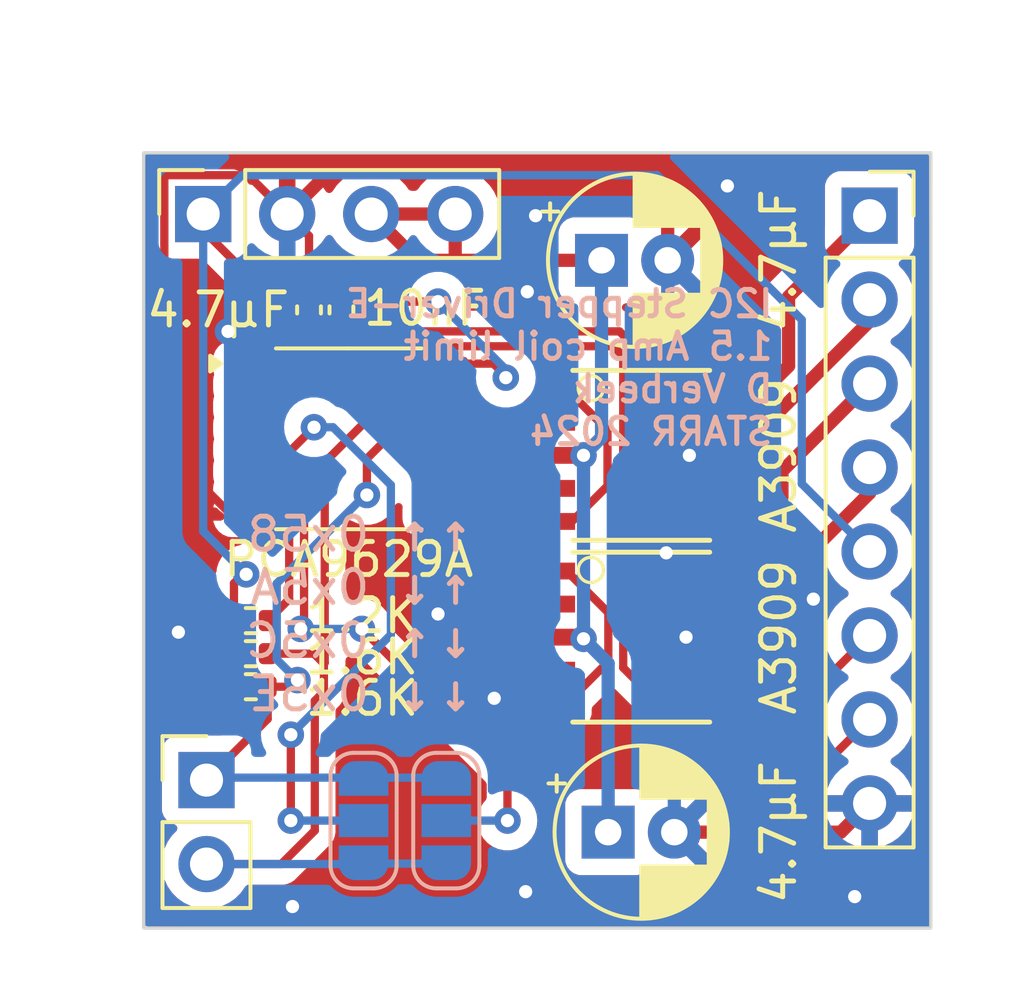
<source format=kicad_pcb>
(kicad_pcb (version 20240108) (generator "pcbnew") (generator_version "8.0")
  (layers (0 "F.Cu" signal) (31 "B.Cu" signal) (34 "B.Paste" user) (35 "F.Paste" user) (36 "B.SilkS" user "B.Silkscreen") (37 "F.SilkS" user "F.Silkscreen") (38 "B.Mask" user) (39 "F.Mask" user) (44 "Edge.Cuts" user))
  (net 0 "")
  (net 1 "GND")
  (net 2 "+5V")
  (net 3 "+12V")
  (net 4 "Net-(J1-Pin_2)")
  (net 5 "Net-(J1-Pin_4)")
  (net 6 "Net-(J1-Pin_6)")
  (net 7 "Net-(J1-Pin_3)")
  (net 8 "Net-(J1-Pin_1)")
  (net 9 "I2C_SCL")
  (net 10 "I2C_SDA")
  (net 11 "Net-(JP1-C)")
  (net 12 "Net-(JP2-C)")
  (net 13 "Net-(U1-RESET)")
  (net 15 "Net-(U1-OUT2)")
  (net 16 "Net-(U1-OUT1)")
  (net 17 "Net-(U1-OUT0)")
  (net 18 "Net-(U1-OUT3)")
  (net 21 "Net-(J1-Pin_7)")
  (footprint "Capacitor_SMD:C_0402_1005Metric" (layer "F.Cu") (at 189.8 100 90)
    (property "Reference" "4.7µF" (at 0 -2.75 360) (layer "F.SilkS"))
    (property "Value" "4.7 μF")
    (pad "1" smd roundrect (at -0.48 0 90) (size 0.56 0.62) (layers "F.Cu" "F.Paste" "F.Mask") (net 2 "+5V"))
    (pad "2" smd roundrect (at 0.48 0 90) (size 0.56 0.62) (layers "F.Cu" "F.Paste" "F.Mask") (net 1 "GND"))
  )
  (footprint "Resistor_SMD:R_0402_1005Metric" (layer "F.Cu") (at 188.04 111.4 180)
    (property "Reference" "1.6K" (at -3.36 -0.35 180) (layer "F.SilkS"))
    (property "Value" "1.6k")
    (pad "1" smd roundrect (at -0.51 0 180) (size 0.54 0.64) (layers "F.Cu" "F.Paste" "F.Mask") (net 9 "I2C_SCL"))
    (pad "2" smd roundrect (at 0.51 0 180) (size 0.54 0.64) (layers "F.Cu" "F.Paste" "F.Mask") (net 2 "+5V"))
  )
  (footprint "Connector_PinHeader_2.54mm:PinHeader_1x02_P2.54mm_Vertical" (layer "F.Cu") (at 186.7 114.225)
    (property "Reference" "J2" (hide yes))
    (property "Value" "Conn_01x02_Pin")
    (pad "1" thru_hole rect (at 0 0) (size 1.7 1.7) (drill 1) (layers "*.Cu" "*.Mask") (net 9 "I2C_SCL"))
    (pad "2" thru_hole oval (at 0 2.54) (size 1.7 1.7) (drill 1) (layers "*.Cu" "*.Mask") (net 10 "I2C_SDA"))
  )
  (footprint "Capacitor_SMD:C_0402_1005Metric" (layer "F.Cu") (at 190.78 100 90)
    (property "Reference" "10nF" (at 0.05 2.52 360) (layer "F.SilkS"))
    (property "Value" "0.01 μF")
    (pad "1" smd roundrect (at -0.48 0 90) (size 0.56 0.62) (layers "F.Cu" "F.Paste" "F.Mask") (net 2 "+5V"))
    (pad "2" smd roundrect (at 0.48 0 90) (size 0.56 0.62) (layers "F.Cu" "F.Paste" "F.Mask") (net 1 "GND"))
  )
  (footprint "Capacitor_THT:CP_Radial_D5.0mm_P2.00mm" (layer "F.Cu") (at 198.844888 115.8)
    (property "Reference" "4.7µF" (at 5.155112 0 90) (layer "F.SilkS"))
    (property "Value" "4.7 μF")
    (pad "1" thru_hole rect (at 0 0) (size 1.6 1.6) (drill 0.8) (layers "*.Cu" "*.Mask") (net 3 "+12V"))
    (pad "2" thru_hole circle (at 2 0) (size 1.6 1.6) (drill 0.8) (layers "*.Cu" "*.Mask") (net 1 "GND"))
  )
  (footprint "Resistor_SMD:R_0402_1005Metric" (layer "F.Cu") (at 188.04 110.4)
    (property "Reference" "1.6K" (at 3.36 0.1 360) (layer "F.SilkS"))
    (property "Value" "1.6k")
    (pad "1" smd roundrect (at -0.51 0) (size 0.54 0.64) (layers "F.Cu" "F.Paste" "F.Mask") (net 2 "+5V"))
    (pad "2" smd roundrect (at 0.51 0) (size 0.54 0.64) (layers "F.Cu" "F.Paste" "F.Mask") (net 10 "I2C_SDA"))
  )
  (footprint "Connector_PinSocket_2.54mm:PinSocket_1x04_P2.54mm_Vertical" (layer "F.Cu") (at 186.6 97.1 90)
    (property "Reference" "J3" (hide yes))
    (property "Value" "Conn_01x04_Pin")
    (pad "1" thru_hole rect (at 0 0 90) (size 1.7 1.7) (drill 1) (layers "*.Cu" "*.Mask") (net 2 "+5V"))
    (pad "2" thru_hole oval (at 0 2.54 90) (size 1.7 1.7) (drill 1) (layers "*.Cu" "*.Mask") (net 1 "GND"))
    (pad "3" thru_hole oval (at 0 5.08 90) (size 1.7 1.7) (drill 1) (layers "*.Cu" "*.Mask") (net 3 "+12V"))
    (pad "4" thru_hole oval (at 0 7.62 90) (size 1.7 1.7) (drill 1) (layers "*.Cu" "*.Mask") (net 3 "+12V"))
  )
  (footprint "Connector_PinSocket_2.54mm:PinSocket_1x08_P2.54mm_Vertical" (layer "F.Cu") (at 206.75 97.15)
    (property "Reference" "J1" (hide yes))
    (property "Value" "Conn_01x08")
    (pad "1" thru_hole rect (at 0 0) (size 1.7 1.7) (drill 1) (layers "*.Cu" "*.Mask") (net 8 "Net-(J1-Pin_1)"))
    (pad "2" thru_hole oval (at 0 2.54) (size 1.7 1.7) (drill 1) (layers "*.Cu" "*.Mask") (net 4 "Net-(J1-Pin_2)"))
    (pad "3" thru_hole oval (at 0 5.08) (size 1.7 1.7) (drill 1) (layers "*.Cu" "*.Mask") (net 7 "Net-(J1-Pin_3)"))
    (pad "4" thru_hole oval (at 0 7.62) (size 1.7 1.7) (drill 1) (layers "*.Cu" "*.Mask") (net 5 "Net-(J1-Pin_4)"))
    (pad "5" thru_hole oval (at 0 10.16) (size 1.7 1.7) (drill 1) (layers "*.Cu" "*.Mask") (net 2 "+5V"))
    (pad "6" thru_hole oval (at 0 12.7) (size 1.7 1.7) (drill 1) (layers "*.Cu" "*.Mask") (net 6 "Net-(J1-Pin_6)"))
    (pad "7" thru_hole oval (at 0 15.24) (size 1.7 1.7) (drill 1) (layers "*.Cu" "*.Mask") (net 21 "Net-(J1-Pin_7)"))
    (pad "8" thru_hole oval (at 0 17.78) (size 1.7 1.7) (drill 1) (layers "*.Cu" "*.Mask") (net 1 "GND"))
  )
  (footprint "my trash:SSOP-10_3.9x4.9mm_P1.00mm" (layer "F.Cu") (at 199.844888 104.4)
    (property "Reference" "A3909" (at 4.155112 0 90) (layer "F.SilkS"))
    (property "Value" "~")
    (pad "1" smd rect (at -2.55 -2) (size 1.1 0.51) (layers "F.Cu" "F.Paste" "F.Mask") (net 17 "Net-(U1-OUT0)"))
    (pad "2" smd rect (at -2.55 -1) (size 1.1 0.51) (layers "F.Cu" "F.Paste" "F.Mask") (net 16 "Net-(U1-OUT1)"))
    (pad "3" smd rect (at -2.55 0) (size 1.1 0.51) (layers "F.Cu" "F.Paste" "F.Mask") (net 3 "+12V"))
    (pad "4" smd rect (at -2.55 1) (size 1.1 0.51) (layers "F.Cu" "F.Paste" "F.Mask") (net 16 "Net-(U1-OUT1)"))
    (pad "5" smd rect (at -2.55 2) (size 1.1 0.51) (layers "F.Cu" "F.Paste" "F.Mask") (net 17 "Net-(U1-OUT0)"))
    (pad "6" smd rect (at 2.55 2) (size 1.1 0.51) (layers "F.Cu" "F.Paste" "F.Mask") (net 8 "Net-(J1-Pin_1)"))
    (pad "7" smd rect (at 2.55 1) (size 1.1 0.51) (layers "F.Cu" "F.Paste" "F.Mask") (net 4 "Net-(J1-Pin_2)"))
    (pad "8" smd rect (at 2.55 0) (size 1.1 0.51) (layers "F.Cu" "F.Paste" "F.Mask") (net 1 "GND"))
    (pad "9" smd rect (at 2.55 -1) (size 1.1 0.51) (layers "F.Cu" "F.Paste" "F.Mask") (net 4 "Net-(J1-Pin_2)"))
    (pad "10" smd rect (at 2.55 -2) (size 1.1 0.51) (layers "F.Cu" "F.Paste" "F.Mask") (net 8 "Net-(J1-Pin_1)"))
  )
  (footprint "Resistor_SMD:R_0402_1005Metric" (layer "F.Cu") (at 188.04 109.4)
    (property "Reference" "1.2K" (at 3.36 -0.15 360) (layer "F.SilkS"))
    (property "Value" "1.2k")
    (pad "1" smd roundrect (at -0.51 0) (size 0.54 0.64) (layers "F.Cu" "F.Paste" "F.Mask") (net 2 "+5V"))
    (pad "2" smd roundrect (at 0.51 0) (size 0.54 0.64) (layers "F.Cu" "F.Paste" "F.Mask") (net 13 "Net-(U1-RESET)"))
  )
  (footprint "my trash:SSOP-10_3.9x4.9mm_P1.00mm" (layer "F.Cu") (at 199.844888 109.9)
    (property "Reference" "A3909" (at 4.155112 0 90) (layer "F.SilkS"))
    (property "Value" "~")
    (pad "1" smd rect (at -2.55 -2) (size 1.1 0.51) (layers "F.Cu" "F.Paste" "F.Mask") (net 15 "Net-(U1-OUT2)"))
    (pad "2" smd rect (at -2.55 -1) (size 1.1 0.51) (layers "F.Cu" "F.Paste" "F.Mask") (net 18 "Net-(U1-OUT3)"))
    (pad "3" smd rect (at -2.55 0) (size 1.1 0.51) (layers "F.Cu" "F.Paste" "F.Mask") (net 3 "+12V"))
    (pad "4" smd rect (at -2.55 1) (size 1.1 0.51) (layers "F.Cu" "F.Paste" "F.Mask") (net 18 "Net-(U1-OUT3)"))
    (pad "5" smd rect (at -2.55 2) (size 1.1 0.51) (layers "F.Cu" "F.Paste" "F.Mask") (net 15 "Net-(U1-OUT2)"))
    (pad "6" smd rect (at 2.55 2) (size 1.1 0.51) (layers "F.Cu" "F.Paste" "F.Mask") (net 7 "Net-(J1-Pin_3)"))
    (pad "7" smd rect (at 2.55 1) (size 1.1 0.51) (layers "F.Cu" "F.Paste" "F.Mask") (net 5 "Net-(J1-Pin_4)"))
    (pad "8" smd rect (at 2.55 0) (size 1.1 0.51) (layers "F.Cu" "F.Paste" "F.Mask") (net 1 "GND"))
    (pad "9" smd rect (at 2.55 -1) (size 1.1 0.51) (layers "F.Cu" "F.Paste" "F.Mask") (net 5 "Net-(J1-Pin_4)"))
    (pad "10" smd rect (at 2.55 -2) (size 1.1 0.51) (layers "F.Cu" "F.Paste" "F.Mask") (net 7 "Net-(J1-Pin_3)"))
  )
  (footprint "Package_SO:TSSOP-16_4.4x5mm_P0.65mm" (layer "F.Cu") (at 191 103.9)
    (property "Reference" "PCA9629A" (at 0 3.65 360) (layer "F.SilkS"))
    (property "Value" "~")
    (pad "1" smd roundrect (at -2.8625 -2.275) (size 1.475 0.4) (layers "F.Cu" "F.Paste" "F.Mask") (net 6 "Net-(J1-Pin_6)"))
    (pad "2" smd roundrect (at -2.8625 -1.625) (size 1.475 0.4) (layers "F.Cu" "F.Paste" "F.Mask") (net 21 "Net-(J1-Pin_7)"))
    (pad "3" smd roundrect (at -2.8625 -0.975) (size 1.475 0.4) (layers "F.Cu" "F.Paste" "F.Mask"))
    (pad "4" smd roundrect (at -2.8625 -0.325) (size 1.475 0.4) (layers "F.Cu" "F.Paste" "F.Mask"))
    (pad "5" smd roundrect (at -2.8625 0.325) (size 1.475 0.4) (layers "F.Cu" "F.Paste" "F.Mask") (net 12 "Net-(JP2-C)"))
    (pad "6" smd roundrect (at -2.8625 0.975) (size 1.475 0.4) (layers "F.Cu" "F.Paste" "F.Mask") (net 11 "Net-(JP1-C)"))
    (pad "7" smd roundrect (at -2.8625 1.625) (size 1.475 0.4) (layers "F.Cu" "F.Paste" "F.Mask") (net 13 "Net-(U1-RESET)"))
    (pad "8" smd roundrect (at -2.8625 2.275) (size 1.475 0.4) (layers "F.Cu" "F.Paste" "F.Mask") (net 1 "GND"))
    (pad "9" smd roundrect (at 2.8625 2.275) (size 1.475 0.4) (layers "F.Cu" "F.Paste" "F.Mask") (net 18 "Net-(U1-OUT3)"))
    (pad "10" smd roundrect (at 2.8625 1.625) (size 1.475 0.4) (layers "F.Cu" "F.Paste" "F.Mask") (net 15 "Net-(U1-OUT2)"))
    (pad "11" smd roundrect (at 2.8625 0.975) (size 1.475 0.4) (layers "F.Cu" "F.Paste" "F.Mask") (net 16 "Net-(U1-OUT1)"))
    (pad "12" smd roundrect (at 2.8625 0.325) (size 1.475 0.4) (layers "F.Cu" "F.Paste" "F.Mask") (net 17 "Net-(U1-OUT0)"))
    (pad "13" smd roundrect (at 2.8625 -0.325) (size 1.475 0.4) (layers "F.Cu" "F.Paste" "F.Mask"))
    (pad "14" smd roundrect (at 2.8625 -0.975) (size 1.475 0.4) (layers "F.Cu" "F.Paste" "F.Mask") (net 9 "I2C_SCL"))
    (pad "15" smd roundrect (at 2.8625 -1.625) (size 1.475 0.4) (layers "F.Cu" "F.Paste" "F.Mask") (net 10 "I2C_SDA"))
    (pad "16" smd roundrect (at 2.8625 -2.275) (size 1.475 0.4) (layers "F.Cu" "F.Paste" "F.Mask") (net 2 "+5V"))
  )
  (footprint "Capacitor_THT:CP_Radial_D5.0mm_P2.00mm" (layer "F.Cu") (at 198.644888 98.5)
    (property "Reference" "4.7µF" (at 5.355112 0 90) (layer "F.SilkS"))
    (property "Value" "4.7 μF")
    (pad "1" thru_hole rect (at 0 0) (size 1.6 1.6) (drill 0.8) (layers "*.Cu" "*.Mask") (net 3 "+12V"))
    (pad "2" thru_hole circle (at 2 0) (size 1.6 1.6) (drill 0.8) (layers "*.Cu" "*.Mask") (net 1 "GND"))
  )
  (footprint "Jumper:SolderJumper-3_P1.3mm_Open_RoundedPad1.0x1.5mm_NumberLabels" (layer "B.Cu") (at 191.45 115.45 -90)
    (property "Reference" "JP2" (hide yes))
    (property "Value" "SolderJumper_3_Open" (hide yes))
    (pad "1" smd custom (at -1.3 0 270) (size 1 0.5) (layers "B.Cu" "B.Mask") (net 9 "I2C_SCL") (options (clearance outline) (anchor rect)) (primitives (gr_circle (center 0 -0.25) (end 0.5 -0.25) (width 0) (fill yes)) (gr_circle (center 0 0.25) (end 0.5 0.25) (width 0) (fill yes)) (gr_poly (pts (xy 0.55 -0.75) (xy 0 -0.75) (xy 0 0.75) (xy 0.55 0.75)) (width 0) (fill yes))))
    (pad "2" smd rect (at 0 0 270) (size 1 1.5) (layers "B.Cu" "B.Mask") (net 12 "Net-(JP2-C)"))
    (pad "3" smd custom (at 1.3 0 270) (size 1 0.5) (layers "B.Cu" "B.Mask") (net 10 "I2C_SDA") (options (clearance outline) (anchor rect)) (primitives (gr_circle (center 0 -0.25) (end 0.5 -0.25) (width 0) (fill yes)) (gr_circle (center 0 0.25) (end 0.5 0.25) (width 0) (fill yes)) (gr_poly (pts (xy 0 -0.75) (xy -0.55 -0.75) (xy -0.55 0.75) (xy 0 0.75)) (width 0) (fill yes))))
  )
  (footprint "Jumper:SolderJumper-3_P1.3mm_Open_RoundedPad1.0x1.5mm_NumberLabels" (layer "B.Cu") (at 193.95 115.45 90)
    (property "Reference" "JP1" (hide yes))
    (property "Value" "SolderJumper_3_Open" (hide yes))
    (pad "1" smd custom (at -1.3 0 90) (size 1 0.5) (layers "B.Cu" "B.Mask") (net 10 "I2C_SDA") (options (clearance outline) (anchor rect)) (primitives (gr_circle (center 0 -0.25) (end 0.5 -0.25) (width 0) (fill yes)) (gr_circle (center 0 0.25) (end 0.5 0.25) (width 0) (fill yes)) (gr_poly (pts (xy 0.55 -0.75) (xy 0 -0.75) (xy 0 0.75) (xy 0.55 0.75)) (width 0) (fill yes))))
    (pad "2" smd rect (at 0 0 90) (size 1 1.5) (layers "B.Cu" "B.Mask") (net 11 "Net-(JP1-C)"))
    (pad "3" smd custom (at 1.3 0 90) (size 1 0.5) (layers "B.Cu" "B.Mask") (net 9 "I2C_SCL") (options (clearance outline) (anchor rect)) (primitives (gr_circle (center 0 -0.25) (end 0.5 -0.25) (width 0) (fill yes)) (gr_circle (center 0 0.25) (end 0.5 0.25) (width 0) (fill yes)) (gr_poly (pts (xy 0 -0.75) (xy -0.55 -0.75) (xy -0.55 0.75) (xy 0 0.75)) (width 0) (fill yes))))
  )
  (gr_rect (start 184.8 95.25) (end 208.6 118.7) (stroke (width 0.1)) (fill none) (layer "Edge.Cuts"))
  (gr_text "↑↑ 0x58\n↑↓ 0x5A\n↓↑ 0x5C\n↓↓ 0x5E" (at 194.95 112.2 0) (layer "B.SilkS") (effects (font (size 1 1)) (justify left bottom mirror)))
  (gr_text "I2C Stepper Driver-E\n1.5 Amp coil limit\nD Verbeek\nSTARR 2024" (at 203.9 104.15 0) (layer "B.SilkS") (effects (font (size 0.8 0.8)) (justify left bottom mirror)))
  (segment (start 190.39 95.85) (end 189.14 97.1) (width 0.4) (layer "F.Cu") (net 1))
  (segment (start 189.14 97.1) (end 187.965 95.925) (width 0.25) (layer "F.Cu") (net 1))
  (segment (start 205.88 115.8) (end 206.75 114.93) (width 0.4) (layer "F.Cu") (net 1))
  (segment (start 200.644888 97.36863) (end 199.126258 95.85) (width 0.4) (layer "F.Cu") (net 1))
  (segment (start 199.126258 95.85) (end 190.39 95.85) (width 0.4) (layer "F.Cu") (net 1))
  (segment (start 188.1375 106.175) (end 187.425 106.175) (width 0.25) (layer "F.Cu") (net 1))
  (segment (start 200.844888 115.8) (end 205.88 115.8) (width 0.4) (layer "F.Cu") (net 1))
  (segment (start 189.8 97.76) (end 189.14 97.1) (width 0.25) (layer "F.Cu") (net 1))
  (segment (start 189.8 99.52) (end 189.8 97.76) (width 0.25) (layer "F.Cu") (net 1))
  (segment (start 187.425 106.175) (end 185.425 104.175) (width 0.25) (layer "F.Cu") (net 1))
  (segment (start 185.425 95.925) (end 185.425 104.175) (width 0.25) (layer "F.Cu") (net 1))
  (segment (start 187.965 95.925) (end 185.425 95.925) (width 0.25) (layer "F.Cu") (net 1))
  (segment (start 201.2 109.9) (end 201.3 109.9) (width 0.4) (layer "F.Cu") (net 1))
  (segment (start 202.394888 109.9) (end 201.2 109.9) (width 0.4) (layer "F.Cu") (net 1))
  (segment (start 200.644888 98.5) (end 200.644888 97.36863) (width 0.4) (layer "F.Cu") (net 1))
  (segment (start 190.78 99.52) (end 189.8 99.52) (width 0.25) (layer "F.Cu") (net 1))
  (segment (start 202.394888 104.4) (end 201.3 104.4) (width 0.4) (layer "F.Cu") (net 1))
  (via (at 196.35 117.6) (size 0.8) (drill 0.4) (layers "F.Cu" "B.Cu") (net 1))
  (via (at 193.7 109.2) (size 0.8) (drill 0.4) (layers "F.Cu" "B.Cu") (net 1))
  (via (at 200.6 107.35) (size 0.8) (drill 0.4) (layers "F.Cu" "B.Cu") (net 1))
  (via (at 185.85 109.75) (size 0.8) (drill 0.4) (layers "F.Cu" "B.Cu") (net 1))
  (via (at 187.35 100.65) (size 0.8) (drill 0.4) (layers "F.Cu" "B.Cu") (net 1))
  (via (at 196.4 99.45) (size 0.8) (drill 0.4) (layers "F.Cu" "B.Cu") (net 1))
  (via (at 195.4 111.75) (size 0.8) (drill 0.4) (layers "F.Cu" "B.Cu") (net 1))
  (via (at 196.65 97.15) (size 0.8) (drill 0.4) (layers "F.Cu" "B.Cu") (net 1))
  (via (at 189.3 118.05) (size 0.8) (drill 0.4) (layers "F.Cu" "B.Cu") (net 1))
  (via (at 202.45 96.25) (size 0.8) (drill 0.4) (layers "F.Cu" "B.Cu") (net 1))
  (via (at 206.3 117.75) (size 0.8) (drill 0.4) (layers "F.Cu" "B.Cu") (net 1))
  (via (at 201.2 109.9) (size 0.8) (drill 0.4) (layers "F.Cu" "B.Cu") (net 1))
  (via (at 201.3 104.4) (size 0.8) (drill 0.4) (layers "F.Cu" "B.Cu") (net 1))
  (via (at 205.05 108.75) (size 0.8) (drill 0.4) (layers "F.Cu" "B.Cu") (net 1))
  (segment (start 201.3 104.4) (end 200.644888 103.744888) (width 0.4) (layer "B.Cu") (net 1))
  (segment (start 201.2 110.1) (end 200.844888 110.455112) (width 0.4) (layer "B.Cu") (net 1))
  (segment (start 201.2 109.9) (end 201.2 110.1) (width 0.4) (layer "B.Cu") (net 1))
  (segment (start 200.644888 103.744888) (end 200.644888 98.5) (width 0.4) (layer "B.Cu") (net 1))
  (segment (start 200.844888 110.455112) (end 200.844888 115.8) (width 0.4) (layer "B.Cu") (net 1))
  (segment (start 201.3 104.4) (end 201.3 109.8) (width 0.4) (layer "B.Cu") (net 1))
  (segment (start 201.3 109.8) (end 201.2 109.9) (width 0.4) (layer "B.Cu") (net 1))
  (segment (start 190.78 100.48) (end 191.089999 100.48) (width 0.25) (layer "F.Cu") (net 2))
  (segment (start 187.53 109.4) (end 187.53 110.4) (width 0.25) (layer "F.Cu") (net 2))
  (segment (start 186.6 97.1) (end 186.6 97.589999) (width 0.25) (layer "F.Cu") (net 2))
  (segment (start 195.8 102.05) (end 195.75 102) (width 0.25) (layer "F.Cu") (net 2))
  (segment (start 191.819999 99.75) (end 193.7 99.75) (width 0.25) (layer "F.Cu") (net 2))
  (segment (start 187.53 109.4) (end 187.53 108.27) (width 0.25) (layer "F.Cu") (net 2))
  (segment (start 187.53 111.4) (end 187.53 110.4) (width 0.25) (layer "F.Cu") (net 2))
  (segment (start 189.8 100.48) (end 190.78 100.48) (width 0.25) (layer "F.Cu") (net 2))
  (segment (start 195.75 102) (end 195.75 102.05) (width 0.25) (layer "F.Cu") (net 2))
  (segment (start 194.725 101.625) (end 195.375 101.625) (width 0.25) (layer "F.Cu") (net 2))
  (segment (start 186.6 97.589999) (end 189.490001 100.48) (width 0.25) (layer "F.Cu") (net 2))
  (segment (start 187.9 107.9) (end 187.85 107.95) (width 0.25) (layer "F.Cu") (net 2))
  (segment (start 195.75 102.05) (end 195.8 102.05) (width 0.25) (layer "F.Cu") (net 2))
  (segment (start 193.8625 101.625) (end 194.725 101.625) (width 0.25) (layer "F.Cu") (net 2))
  (segment (start 187.53 108.27) (end 187.8 108) (width 0.25) (layer "F.Cu") (net 2))
  (segment (start 189.490001 100.48) (end 189.8 100.48) (width 0.25) (layer "F.Cu") (net 2))
  (segment (start 195.375 101.625) (end 195.75 102) (width 0.25) (layer "F.Cu") (net 2))
  (segment (start 187.8 108) (end 187.9 108) (width 0.25) (layer "F.Cu") (net 2))
  (segment (start 189.76 100.52) (end 189.8 100.48) (width 0.25) (layer "F.Cu") (net 2))
  (segment (start 187.9 108) (end 187.9 107.9) (width 0.25) (layer "F.Cu") (net 2))
  (segment (start 191.089999 100.48) (end 191.819999 99.75) (width 0.25) (layer "F.Cu") (net 2))
  (via (at 195.75 102.05) (size 0.8) (drill 0.4) (layers "F.Cu" "B.Cu") (net 2))
  (via (at 193.7 99.75) (size 0.8) (drill 0.4) (layers "F.Cu" "B.Cu") (net 2))
  (via (at 187.9 108) (size 0.8) (drill 0.4) (layers "F.Cu" "B.Cu") (net 2))
  (segment (start 204.7 100.3) (end 204.7 105.26) (width 0.25) (layer "B.Cu") (net 2))
  (segment (start 204.7 105.26) (end 206.75 107.31) (width 0.25) (layer "B.Cu") (net 2))
  (segment (start 187.9 108) (end 186.6 106.7) (width 0.25) (layer "B.Cu") (net 2))
  (segment (start 200.325 95.925) (end 204.7 100.3) (width 0.25) (layer "B.Cu") (net 2))
  (segment (start 186.6 106.7) (end 186.6 97.1) (width 0.25) (layer "B.Cu") (net 2))
  (segment (start 195.75 102.05) (end 195.75 101.8) (width 0.25) (layer "B.Cu") (net 2))
  (segment (start 195.75 101.8) (end 193.7 99.75) (width 0.25) (layer "B.Cu") (net 2))
  (segment (start 200.325 95.925) (end 187.775 95.925) (width 0.25) (layer "B.Cu") (net 2))
  (segment (start 186.6 97.1) (end 187.775 95.925) (width 0.25) (layer "B.Cu") (net 2))
  (segment (start 198.1 104.4) (end 198.05 104.4) (width 0.4) (layer "F.Cu") (net 3))
  (segment (start 194.22 98.42) (end 194.3 98.5) (width 0.4) (layer "F.Cu") (net 3))
  (segment (start 194.22 97.1) (end 194.22 98.42) (width 0.4) (layer "F.Cu") (net 3))
  (segment (start 197.294888 109.9) (end 198.1 109.95) (width 0.4) (layer "F.Cu") (net 3))
  (segment (start 194.3 98.5) (end 198.644888 98.5) (width 0.4) (layer "F.Cu") (net 3))
  (segment (start 193.08 98.5) (end 194.3 98.5) (width 0.4) (layer "F.Cu") (net 3))
  (segment (start 198.1 109.95) (end 198.1 109.9) (width 0.4) (layer "F.Cu") (net 3))
  (segment (start 197.294888 104.4) (end 198.1 104.4) (width 0.4) (layer "F.Cu") (net 3))
  (segment (start 191.68 97.1) (end 194.22 97.1) (width 0.4) (layer "F.Cu") (net 3))
  (segment (start 191.68 97.1) (end 193.08 98.5) (width 0.4) (layer "F.Cu") (net 3))
  (via (at 198.1 104.4) (size 0.8) (drill 0.4) (layers "F.Cu" "B.Cu") (net 3))
  (via (at 198.1 109.95) (size 0.8) (drill 0.4) (layers "F.Cu" "B.Cu") (net 3))
  (segment (start 198.844888 110.694888) (end 198.844888 115.8) (width 0.4) (layer "B.Cu") (net 3))
  (segment (start 198.1 104.4) (end 198.644888 103.855112) (width 0.4) (layer "B.Cu") (net 3))
  (segment (start 198.644888 103.855112) (end 198.644888 98.5) (width 0.4) (layer "B.Cu") (net 3))
  (segment (start 198.1 109.95) (end 198.844888 110.694888) (width 0.4) (layer "B.Cu") (net 3))
  (segment (start 198.1 104.4) (end 198.1 109.95) (width 0.4) (layer "B.Cu") (net 3))
  (segment (start 202.394888 103.4) (end 202.999888 103.4) (width 0.4) (layer "F.Cu") (net 4))
  (segment (start 203.2 105.4) (end 202.394888 105.4) (width 0.4) (layer "F.Cu") (net 4))
  (segment (start 203.344888 105.255112) (end 203.2 105.4) (width 0.4) (layer "F.Cu") (net 4))
  (segment (start 203.344888 103.745) (end 203.344888 105.255112) (width 0.4) (layer "F.Cu") (net 4))
  (segment (start 203.344888 103.745) (end 206.75 100.339888) (width 0.4) (layer "F.Cu") (net 4))
  (segment (start 202.999888 103.4) (end 203.344888 103.745) (width 0.4) (layer "F.Cu") (net 4))
  (segment (start 206.75 100.339888) (end 206.75 99.69) (width 0.4) (layer "F.Cu") (net 4))
  (segment (start 206.75 105.542233) (end 206.75 104.77) (width 0.4) (layer "F.Cu") (net 5))
  (segment (start 203.344888 109.245) (end 203.344888 110.455112) (width 0.4) (layer "F.Cu") (net 5))
  (segment (start 202.999888 108.9) (end 203.344888 109.245) (width 0.4) (layer "F.Cu") (net 5))
  (segment (start 202.9 110.9) (end 202.394888 110.9) (width 0.4) (layer "F.Cu") (net 5))
  (segment (start 203.344888 108.947345) (end 206.75 105.542233) (width 0.4) (layer "F.Cu") (net 5))
  (segment (start 203.344888 109.245) (end 203.344888 108.947345) (width 0.4) (layer "F.Cu") (net 5))
  (segment (start 202.394888 108.9) (end 202.999888 108.9) (width 0.4) (layer "F.Cu") (net 5))
  (segment (start 203.344888 110.455112) (end 202.9 110.9) (width 0.4) (layer "F.Cu") (net 5))
  (segment (start 191.788604 101.625) (end 192.763604 100.65) (width 0.25) (layer "F.Cu") (net 6))
  (segment (start 204.12 112.48) (end 206.75 109.85) (width 0.25) (layer "F.Cu") (net 6))
  (segment (start 192.763604 100.65) (end 199.186396 100.65) (width 0.25) (layer "F.Cu") (net 6))
  (segment (start 199.85 101.313604) (end 199.85 110.702574) (width 0.25) (layer "F.Cu") (net 6))
  (segment (start 199.186396 100.65) (end 199.85 101.313604) (width 0.25) (layer "F.Cu") (net 6))
  (segment (start 201.627426 112.48) (end 204.12 112.48) (width 0.25) (layer "F.Cu") (net 6))
  (segment (start 199.85 110.702574) (end 201.627426 112.48) (width 0.25) (layer "F.Cu") (net 6))
  (segment (start 188.1375 101.625) (end 191.788604 101.625) (width 0.25) (layer "F.Cu") (net 6))
  (segment (start 201.789888 111.9) (end 202.394888 111.9) (width 0.4) (layer "F.Cu") (net 7))
  (segment (start 201.9 107.9) (end 202.394888 107.9) (width 0.4) (layer "F.Cu") (net 7))
  (segment (start 200.4 110.510112) (end 201.789888 111.9) (width 0.4) (layer "F.Cu") (net 7))
  (segment (start 200.4 109.4) (end 200.4 110.510112) (width 0.4) (layer "F.Cu") (net 7))
  (segment (start 202.394888 107.9) (end 202.95 107.9) (width 0.4) (layer "F.Cu") (net 7))
  (segment (start 201.9 107.9) (end 200.4 109.4) (width 0.4) (layer "F.Cu") (net 7))
  (segment (start 204.1 106.75) (end 204.1 104.88) (width 0.4) (layer "F.Cu") (net 7))
  (segment (start 204.1 104.88) (end 206.75 102.23) (width 0.4) (layer "F.Cu") (net 7))
  (segment (start 202.95 107.9) (end 204.1 106.75) (width 0.4) (layer "F.Cu") (net 7))
  (segment (start 202.394888 102.4) (end 203.6 102.4) (width 0.4) (layer "F.Cu") (net 8))
  (segment (start 202.394888 106.4) (end 201.444888 106.4) (width 0.4) (layer "F.Cu") (net 8))
  (segment (start 204.3 99.6) (end 206.75 97.15) (width 0.4) (layer "F.Cu") (net 8))
  (segment (start 201.789888 102.4) (end 202.394888 102.4) (width 0.4) (layer "F.Cu") (net 8))
  (segment (start 200.5 105.455112) (end 201.444888 106.4) (width 0.4) (layer "F.Cu") (net 8))
  (segment (start 203.6 102.4) (end 204.3 101.7) (width 0.4) (layer "F.Cu") (net 8))
  (segment (start 204.3 101.7) (end 204.3 99.6) (width 0.4) (layer "F.Cu") (net 8))
  (segment (start 201.789888 102.4) (end 200.5 103.689888) (width 0.4) (layer "F.Cu") (net 8))
  (segment (start 200.5 103.689888) (end 200.5 105.455112) (width 0.4) (layer "F.Cu") (net 8))
  (segment (start 189.25 111.4) (end 189.45 111.2) (width 0.25) (layer "F.Cu") (net 9))
  (segment (start 191.55 104.500001) (end 191.55 105.6) (width 0.25) (layer "F.Cu") (net 9))
  (segment (start 193.125001 102.925) (end 191.55 104.500001) (width 0.25) (layer "F.Cu") (net 9))
  (segment (start 188.55 111.4) (end 188.55 112.375) (width 0.25) (layer "F.Cu") (net 9))
  (segment (start 193.8625 102.925) (end 193.125001 102.925) (width 0.25) (layer "F.Cu") (net 9))
  (segment (start 188.55 112.375) (end 186.7 114.225) (width 0.25) (layer "F.Cu") (net 9))
  (segment (start 188.55 111.4) (end 189.25 111.4) (width 0.25) (layer "F.Cu") (net 9))
  (via (at 191.55 105.6) (size 0.8) (drill 0.4) (layers "F.Cu" "B.Cu") (net 9))
  (via (at 189.45 111.2) (size 0.8) (drill 0.4) (layers "F.Cu" "B.Cu") (net 9))
  (segment (start 188.825 108.275) (end 191.5 105.6) (width 0.25) (layer "B.Cu") (net 9))
  (segment (start 189.45 111.2) (end 188.825 110.575) (width 0.25) (layer "B.Cu") (net 9))
  (segment (start 186.775 114.15) (end 186.7 114.225) (width 0.25) (layer "B.Cu") (net 9))
  (segment (start 191.45 114.15) (end 193.95 114.15) (width 0.25) (layer "B.Cu") (net 9))
  (segment (start 188.825 110.575) (end 188.825 108.275) (width 0.25) (layer "B.Cu") (net 9))
  (segment (start 191.45 114.15) (end 191.25 114.15) (width 0.25) (layer "B.Cu") (net 9))
  (segment (start 191.45 114.15) (end 186.775 114.15) (width 0.25) (layer "B.Cu") (net 9))
  (segment (start 191.55 105.6) (end 191.55 105.55) (width 0.25) (layer "B.Cu") (net 9))
  (segment (start 191.55 105.55) (end 191.5 105.6) (width 0.25) (layer "B.Cu") (net 9))
  (segment (start 191.5 105.6) (end 191.55 105.6) (width 0.25) (layer "B.Cu") (net 9))
  (segment (start 191.25 114.15) (end 191.175 114.225) (width 0.25) (layer "B.Cu") (net 9))
  (segment (start 186.7 116.765) (end 188.960305 116.765) (width 0.25) (layer "F.Cu") (net 10))
  (segment (start 192.611396 102.275) (end 193.8625 102.275) (width 0.25) (layer "F.Cu") (net 10))
  (segment (start 190.25 110.7) (end 190.275 110.675) (width 0.25) (layer "F.Cu") (net 10))
  (segment (start 190.25 111.55) (end 190.25 110.7) (width 0.25) (layer "F.Cu") (net 10))
  (segment (start 190.275 104.611396) (end 192.611396 102.275) (width 0.25) (layer "F.Cu") (net 10))
  (segment (start 188.55 110.4) (end 189.95 110.4) (width 0.25) (layer "F.Cu") (net 10))
  (segment (start 188.960305 116.765) (end 189.975 115.750305) (width 0.25) (layer "F.Cu") (net 10))
  (segment (start 189.975 115.750305) (end 189.975 111.825) (width 0.25) (layer "F.Cu") (net 10))
  (segment (start 189.975 111.825) (end 190.25 111.55) (width 0.25) (layer "F.Cu") (net 10))
  (segment (start 190.275 110.675) (end 190.275 104.611396) (width 0.25) (layer "F.Cu") (net 10))
  (segment (start 189.95 110.4) (end 190.25 110.7) (width 0.25) (layer "F.Cu") (net 10))
  (segment (start 191.45 116.75) (end 191.3 116.75) (width 0.25) (layer "B.Cu") (net 10))
  (segment (start 191.45 116.75) (end 193.95 116.75) (width 0.25) (layer "B.Cu") (net 10))
  (segment (start 186.715 116.75) (end 186.7 116.765) (width 0.25) (layer "B.Cu") (net 10))
  (segment (start 191.3 116.75) (end 191.285 116.765) (width 0.25) (layer "B.Cu") (net 10))
  (segment (start 191.285 116.765) (end 186.7 116.765) (width 0.25) (layer "B.Cu") (net 10))
  (segment (start 189.65 109.65) (end 189.65 109.65) (width 0.25) (layer "F.Cu") (net 11))
  (segment (start 189.65 105.3) (end 189.65 109.65) (width 0.25) (layer "F.Cu") (net 11))
  (segment (start 189.55 109.65) (end 189.55 109.75) (width 0.25) (layer "F.Cu") (net 11))
  (segment (start 189.65 109.65) (end 189.55 109.65) (width 0.25) (layer "F.Cu") (net 11))
  (segment (start 189.225 104.875) (end 189.65 105.3) (width 0.25) (layer "F.Cu") (net 11))
  (segment (start 189.55 109.75) (end 189.6 109.7) (width 0.25) (layer "F.Cu") (net 11))
  (segment (start 195.8 115.45) (end 195.8 114.05) (width 0.25) (layer "F.Cu") (net 11))
  (segment (start 188.1375 104.875) (end 189.225 104.875) (width 0.25) (layer "F.Cu") (net 11))
  (segment (start 195.8 114.05) (end 191.4 109.65) (width 0.25) (layer "F.Cu") (net 11))
  (via (at 189.55 109.65) (size 0.8) (drill 0.4) (layers "F.Cu" "B.Cu") (net 11))
  (via (at 195.8 115.45) (size 0.8) (drill 0.4) (layers "F.Cu" "B.Cu") (net 11))
  (via (at 191.4 109.65) (size 0.8) (drill 0.4) (layers "F.Cu" "B.Cu") (net 11))
  (segment (start 189.55 109.65) (end 191.4 109.65) (width 0.25) (layer "B.Cu") (net 11))
  (segment (start 193.95 115.45) (end 195.8 115.45) (width 0.25) (layer "B.Cu") (net 11))
  (segment (start 189.275 104.225) (end 189.95 103.55) (width 0.25) (layer "F.Cu") (net 12))
  (segment (start 189.25 112.85) (end 189.25 112.9) (width 0.25) (layer "F.Cu") (net 12))
  (segment (start 189.25 115.45) (end 189.25 112.85) (width 0.25) (layer "F.Cu") (net 12))
  (segment (start 188.1375 104.225) (end 189.275 104.225) (width 0.25) (layer "F.Cu") (net 12))
  (via (at 189.25 115.45) (size 0.8) (drill 0.4) (layers "F.Cu" "B.Cu") (net 12))
  (via (at 189.25 112.85) (size 0.8) (drill 0.4) (layers "F.Cu" "B.Cu") (net 12))
  (via (at 189.95 103.55) (size 0.8) (drill 0.4) (layers "F.Cu" "B.Cu") (net 12))
  (segment (start 192.275 105.299695) (end 192.275 109.825) (width 0.25) (layer "B.Cu") (net 12))
  (segment (start 190.525305 103.55) (end 192.275 105.299695) (width 0.25) (layer "B.Cu") (net 12))
  (segment (start 191.45 115.45) (end 189.25 115.45) (width 0.25) (layer "B.Cu") (net 12))
  (segment (start 192.275 109.825) (end 189.25 112.85) (width 0.25) (layer "B.Cu") (net 12))
  (segment (start 189.95 103.55) (end 190.525305 103.55) (width 0.25) (layer "B.Cu") (net 12))
  (segment (start 189.2 105.7) (end 189.025 105.525) (width 0.25) (layer "F.Cu") (net 13))
  (segment (start 189.025 105.525) (end 188.1375 105.525) (width 0.25) (layer "F.Cu") (net 13))
  (segment (start 189.2 108.75) (end 189.2 105.7) (width 0.25) (layer "F.Cu") (net 13))
  (segment (start 188.55 109.4) (end 189.2 108.75) (width 0.25) (layer "F.Cu") (net 13))
  (segment (start 198.85 109.160112) (end 198.85 110.639888) (width 0.25) (layer "F.Cu") (net 15))
  (segment (start 193.8625 105.525) (end 194.919888 105.525) (width 0.25) (layer "F.Cu") (net 15))
  (segment (start 197.589888 107.9) (end 198.85 109.160112) (width 0.25) (layer "F.Cu") (net 15))
  (segment (start 197.294888 107.9) (end 197.589888 107.9) (width 0.25) (layer "F.Cu") (net 15))
  (segment (start 198.85 110.639888) (end 197.589888 111.9) (width 0.25) (layer "F.Cu") (net 15))
  (segment (start 197.589888 111.9) (end 197.294888 111.9) (width 0.25) (layer "F.Cu") (net 15))
  (segment (start 194.919888 105.525) (end 197.294888 107.9) (width 0.25) (layer "F.Cu") (net 15))
  (segment (start 193.8625 104.875) (end 195.524888 104.875) (width 0.25) (layer "F.Cu") (net 16))
  (segment (start 196.419888 104.82) (end 196.999888 105.4) (width 0.25) (layer "F.Cu") (net 16))
  (segment (start 195.524888 104.875) (end 196.419888 103.98) (width 0.25) (layer "F.Cu") (net 16))
  (segment (start 196.999888 103.4) (end 196.419888 103.98) (width 0.25) (layer "F.Cu") (net 16))
  (segment (start 197.294888 103.4) (end 196.999888 103.4) (width 0.25) (layer "F.Cu") (net 16))
  (segment (start 196.419888 103.98) (end 196.419888 104.82) (width 0.25) (layer "F.Cu") (net 16))
  (segment (start 196.999888 105.4) (end 197.294888 105.4) (width 0.25) (layer "F.Cu") (net 16))
  (segment (start 198.825 103.635112) (end 198.825 105.324888) (width 0.25) (layer "F.Cu") (net 17))
  (segment (start 195.014888 104.225) (end 196.839888 102.4) (width 0.25) (layer "F.Cu") (net 17))
  (segment (start 196.839888 102.4) (end 197.294888 102.4) (width 0.25) (layer "F.Cu") (net 17))
  (segment (start 198.825 105.324888) (end 197.749888 106.4) (width 0.25) (layer "F.Cu") (net 17))
  (segment (start 197.294888 102.4) (end 197.589888 102.4) (width 0.25) (layer "F.Cu") (net 17))
  (segment (start 197.589888 102.4) (end 198.825 103.635112) (width 0.25) (layer "F.Cu") (net 17))
  (segment (start 197.749888 106.4) (end 197.294888 106.4) (width 0.25) (layer "F.Cu") (net 17))
  (segment (start 197.294888 102.4) (end 197.749888 102.4) (width 0.25) (layer "F.Cu") (net 17))
  (segment (start 193.8625 104.225) (end 195.014888 104.225) (width 0.25) (layer "F.Cu") (net 17))
  (segment (start 194.933492 106.175) (end 195.254246 106.495754) (width 0.25) (layer "F.Cu") (net 18))
  (segment (start 196.999888 108.9) (end 197.294888 108.9) (width 0.25) (layer "F.Cu") (net 18))
  (segment (start 196.999888 108.9) (end 196.419888 109.48) (width 0.25) (layer "F.Cu") (net 18))
  (segment (start 195.254246 107.154358) (end 196.999888 108.9) (width 0.25) (layer "F.Cu") (net 18))
  (segment (start 196.999888 110.9) (end 197.294888 110.9) (width 0.25) (layer "F.Cu") (net 18))
  (segment (start 196.419888 109.48) (end 196.419888 110.32) (width 0.25) (layer "F.Cu") (net 18))
  (segment (start 193.8625 106.175) (end 194.933492 106.175) (width 0.25) (layer "F.Cu") (net 18))
  (segment (start 195.254246 106.495754) (end 195.254246 107.154358) (width 0.25) (layer "F.Cu") (net 18))
  (segment (start 196.419888 110.32) (end 196.999888 110.9) (width 0.25) (layer "F.Cu") (net 18))
  (segment (start 192.95 101.1) (end 192.15 101.9) (width 0.25) (layer "F.Cu") (net 21))
  (segment (start 199.3 110.826284) (end 199.3 101.4) (width 0.25) (layer "F.Cu") (net 21))
  (segment (start 192.15 101.9) (end 192.15 102.1) (width 0.25) (layer "F.Cu") (net 21))
  (segment (start 202.063716 113.59) (end 199.3 110.826284) (width 0.25) (layer "F.Cu") (net 21))
  (segment (start 202.063716 113.59) (end 205.55 113.59) (width 0.25) (layer "F.Cu") (net 21))
  (segment (start 191.975 102.275) (end 188.1375 102.275) (width 0.25) (layer "F.Cu") (net 21))
  (segment (start 192.15 102.1) (end 191.975 102.275) (width 0.25) (layer "F.Cu") (net 21))
  (segment (start 205.55 113.59) (end 206.75 112.39) (width 0.25) (layer "F.Cu") (net 21))
  (segment (start 199 101.1) (end 192.95 101.1) (width 0.25) (layer "F.Cu") (net 21))
  (segment (start 199.3 101.4) (end 199 101.1) (width 0.25) (layer "F.Cu") (net 21))
  (zone (net 1) (net_name "GND") (layers "F&B.Cu") (connect_pads (clearance 0.5)) (min_thickness 0.25) (fill yes (thermal_gap 0.5) (thermal_bridge_width 0.5))
    (polygon (pts (xy 208.55 95.25) (xy 208.6 118.7) (xy 184.8 118.65) (xy 184.8 95.3) (xy 185.85 95.25)))
  )
)
</source>
